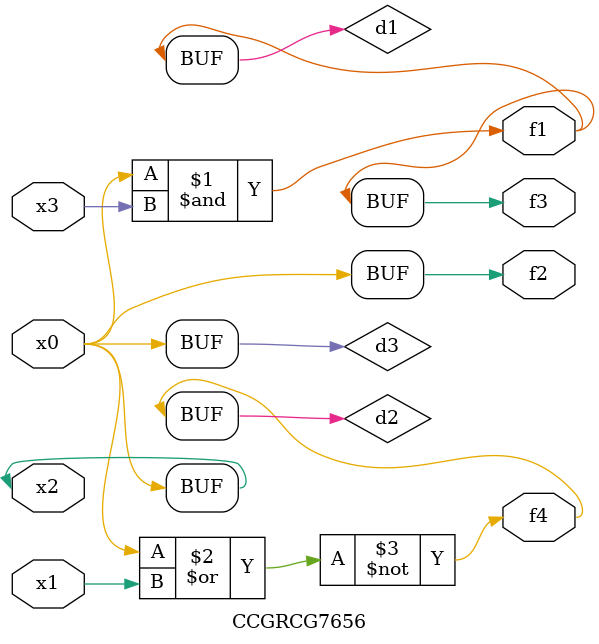
<source format=v>
module CCGRCG7656(
	input x0, x1, x2, x3,
	output f1, f2, f3, f4
);

	wire d1, d2, d3;

	and (d1, x2, x3);
	nor (d2, x0, x1);
	buf (d3, x0, x2);
	assign f1 = d1;
	assign f2 = d3;
	assign f3 = d1;
	assign f4 = d2;
endmodule

</source>
